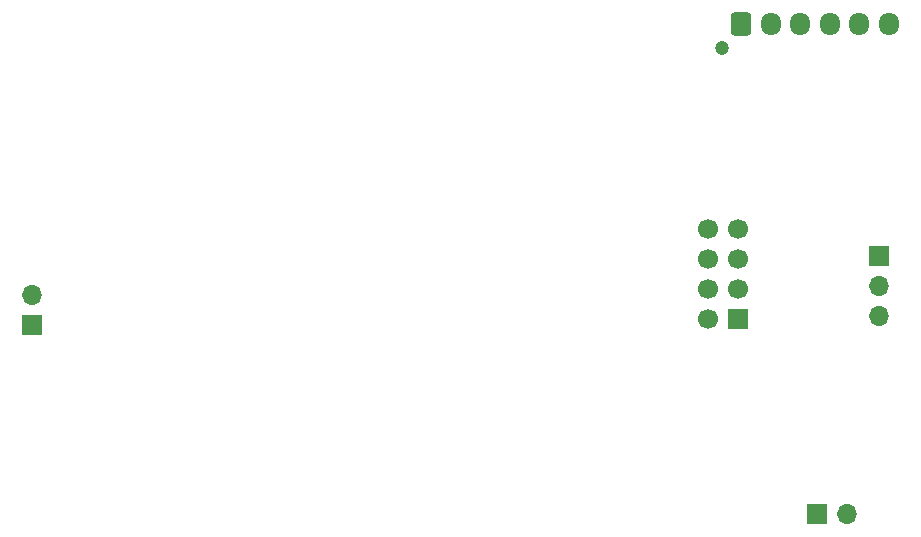
<source format=gbr>
%TF.GenerationSoftware,KiCad,Pcbnew,6.0.8+dfsg-1~bpo11+1*%
%TF.CreationDate,2022-11-14T19:08:57+01:00*%
%TF.ProjectId,Voiture_RC,566f6974-7572-4655-9f52-432e6b696361,rev?*%
%TF.SameCoordinates,Original*%
%TF.FileFunction,Soldermask,Bot*%
%TF.FilePolarity,Negative*%
%FSLAX46Y46*%
G04 Gerber Fmt 4.6, Leading zero omitted, Abs format (unit mm)*
G04 Created by KiCad (PCBNEW 6.0.8+dfsg-1~bpo11+1) date 2022-11-14 19:08:57*
%MOMM*%
%LPD*%
G01*
G04 APERTURE LIST*
G04 Aperture macros list*
%AMRoundRect*
0 Rectangle with rounded corners*
0 $1 Rounding radius*
0 $2 $3 $4 $5 $6 $7 $8 $9 X,Y pos of 4 corners*
0 Add a 4 corners polygon primitive as box body*
4,1,4,$2,$3,$4,$5,$6,$7,$8,$9,$2,$3,0*
0 Add four circle primitives for the rounded corners*
1,1,$1+$1,$2,$3*
1,1,$1+$1,$4,$5*
1,1,$1+$1,$6,$7*
1,1,$1+$1,$8,$9*
0 Add four rect primitives between the rounded corners*
20,1,$1+$1,$2,$3,$4,$5,0*
20,1,$1+$1,$4,$5,$6,$7,0*
20,1,$1+$1,$6,$7,$8,$9,0*
20,1,$1+$1,$8,$9,$2,$3,0*%
G04 Aperture macros list end*
%ADD10C,1.200000*%
%ADD11RoundRect,0.250000X-0.600000X-0.725000X0.600000X-0.725000X0.600000X0.725000X-0.600000X0.725000X0*%
%ADD12O,1.700000X1.950000*%
%ADD13R,1.700000X1.700000*%
%ADD14O,1.700000X1.700000*%
%ADD15C,1.700000*%
G04 APERTURE END LIST*
D10*
%TO.C,Prog1*%
X135800000Y-44475000D03*
D11*
X137400000Y-42475000D03*
D12*
X139900000Y-42475000D03*
X142400000Y-42475000D03*
X144900000Y-42475000D03*
X147400000Y-42475000D03*
X149900000Y-42475000D03*
%TD*%
D13*
%TO.C,J2*%
X77350000Y-67925000D03*
D14*
X77350000Y-65385000D03*
%TD*%
D13*
%TO.C,J1*%
X149100000Y-62060000D03*
D14*
X149100000Y-64600000D03*
X149100000Y-67140000D03*
%TD*%
D13*
%TO.C,Batt1*%
X143775000Y-83950000D03*
D14*
X146315000Y-83950000D03*
%TD*%
D13*
%TO.C,J3*%
X137100000Y-67450000D03*
D15*
X134560000Y-67450000D03*
X137100000Y-64910000D03*
X134560000Y-64910000D03*
X137100000Y-62370000D03*
X134560000Y-62370000D03*
X137100000Y-59830000D03*
X134560000Y-59830000D03*
%TD*%
M02*

</source>
